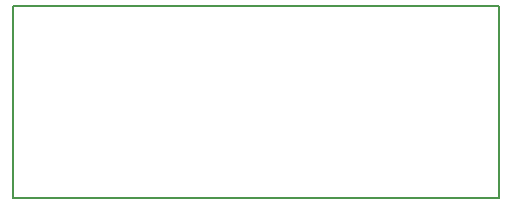
<source format=gbr>
G04 #@! TF.GenerationSoftware,KiCad,Pcbnew,(2018-02-16 revision c95340fba)-makepkg*
G04 #@! TF.CreationDate,2018-04-16T21:08:27+02:00*
G04 #@! TF.ProjectId,lin_bb,6C696E5F62622E6B696361645F706362,rev?*
G04 #@! TF.SameCoordinates,Original*
G04 #@! TF.FileFunction,Profile,NP*
%FSLAX46Y46*%
G04 Gerber Fmt 4.6, Leading zero omitted, Abs format (unit mm)*
G04 Created by KiCad (PCBNEW (2018-02-16 revision c95340fba)-makepkg) date 04/16/18 21:08:27*
%MOMM*%
%LPD*%
G01*
G04 APERTURE LIST*
%ADD10C,0.200000*%
G04 APERTURE END LIST*
D10*
X176276000Y-108204000D02*
X135128000Y-108204000D01*
X176276000Y-108458000D02*
X176276000Y-108204000D01*
X176276000Y-124460000D02*
X176276000Y-108458000D01*
X135128000Y-124460000D02*
X176276000Y-124460000D01*
X135128000Y-108204000D02*
X135128000Y-124460000D01*
M02*

</source>
